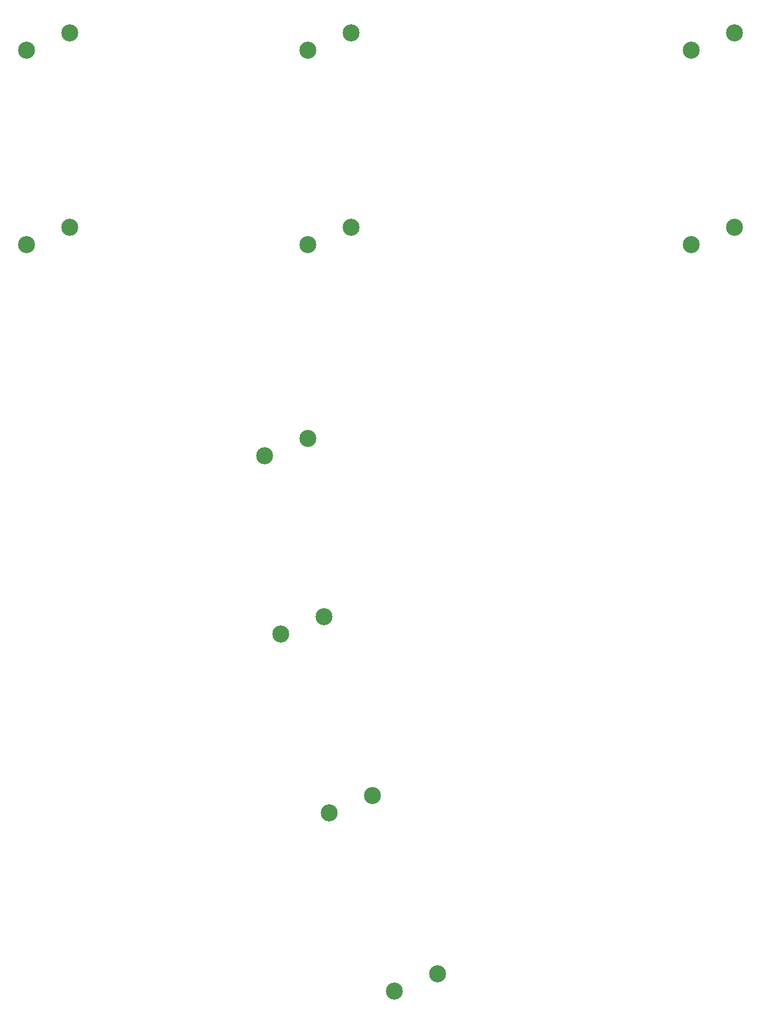
<source format=gbr>
%TF.GenerationSoftware,KiCad,Pcbnew,7.0.7*%
%TF.CreationDate,2023-09-19T16:24:47+02:00*%
%TF.ProjectId,StabTester,53746162-5465-4737-9465-722e6b696361,rev?*%
%TF.SameCoordinates,Original*%
%TF.FileFunction,Copper,L2,Bot*%
%TF.FilePolarity,Positive*%
%FSLAX46Y46*%
G04 Gerber Fmt 4.6, Leading zero omitted, Abs format (unit mm)*
G04 Created by KiCad (PCBNEW 7.0.7) date 2023-09-19 16:24:47*
%MOMM*%
%LPD*%
G01*
G04 APERTURE LIST*
%TA.AperFunction,ComponentPad*%
%ADD10C,2.500000*%
%TD*%
G04 APERTURE END LIST*
D10*
%TO.P,MX1,1,COL*%
%TO.N,unconnected-(MX1-COL-Pad1)*%
X151765000Y-179228750D03*
%TO.P,MX1,2,ROW*%
%TO.N,unconnected-(MX1-ROW-Pad2)*%
X158115000Y-176688750D03*
%TD*%
%TO.P,MX3,1,COL*%
%TO.N,unconnected-(MX3-COL-Pad1)*%
X148590000Y-67310000D03*
%TO.P,MX3,2,ROW*%
%TO.N,unconnected-(MX3-ROW-Pad2)*%
X154940000Y-64770000D03*
%TD*%
%TO.P,MX3,1,COL*%
%TO.N,unconnected-(MX3-COL-Pad1)*%
X107315000Y-95885000D03*
%TO.P,MX3,2,ROW*%
%TO.N,unconnected-(MX3-ROW-Pad2)*%
X113665000Y-93345000D03*
%TD*%
%TO.P,MX5,1,COL*%
%TO.N,unconnected-(MX5-COL-Pad1)*%
X204946250Y-67310000D03*
%TO.P,MX5,2,ROW*%
%TO.N,unconnected-(MX5-ROW-Pad2)*%
X211296250Y-64770000D03*
%TD*%
%TO.P,MX4,1,COL*%
%TO.N,unconnected-(MX4-COL-Pad1)*%
X142240000Y-126841250D03*
%TO.P,MX4,2,ROW*%
%TO.N,unconnected-(MX4-ROW-Pad2)*%
X148590000Y-124301250D03*
%TD*%
%TO.P,MX5,1,COL*%
%TO.N,unconnected-(MX5-COL-Pad1)*%
X204946250Y-95885000D03*
%TO.P,MX5,2,ROW*%
%TO.N,unconnected-(MX5-ROW-Pad2)*%
X211296250Y-93345000D03*
%TD*%
%TO.P,MX3,1,COL*%
%TO.N,unconnected-(MX3-COL-Pad1)*%
X148590000Y-95885000D03*
%TO.P,MX3,2,ROW*%
%TO.N,unconnected-(MX3-ROW-Pad2)*%
X154940000Y-93345000D03*
%TD*%
%TO.P,MX6,1,COL*%
%TO.N,unconnected-(MX6-COL-Pad1)*%
X144621250Y-153035000D03*
%TO.P,MX6,2,ROW*%
%TO.N,unconnected-(MX6-ROW-Pad2)*%
X150971250Y-150495000D03*
%TD*%
%TO.P,MX3,1,COL*%
%TO.N,unconnected-(MX3-COL-Pad1)*%
X107315000Y-67310000D03*
%TO.P,MX3,2,ROW*%
%TO.N,unconnected-(MX3-ROW-Pad2)*%
X113665000Y-64770000D03*
%TD*%
%TO.P,MX2,1,COL*%
%TO.N,unconnected-(MX2-COL-Pad1)*%
X161290000Y-205422500D03*
%TO.P,MX2,2,ROW*%
%TO.N,unconnected-(MX2-ROW-Pad2)*%
X167640000Y-202882500D03*
%TD*%
M02*

</source>
